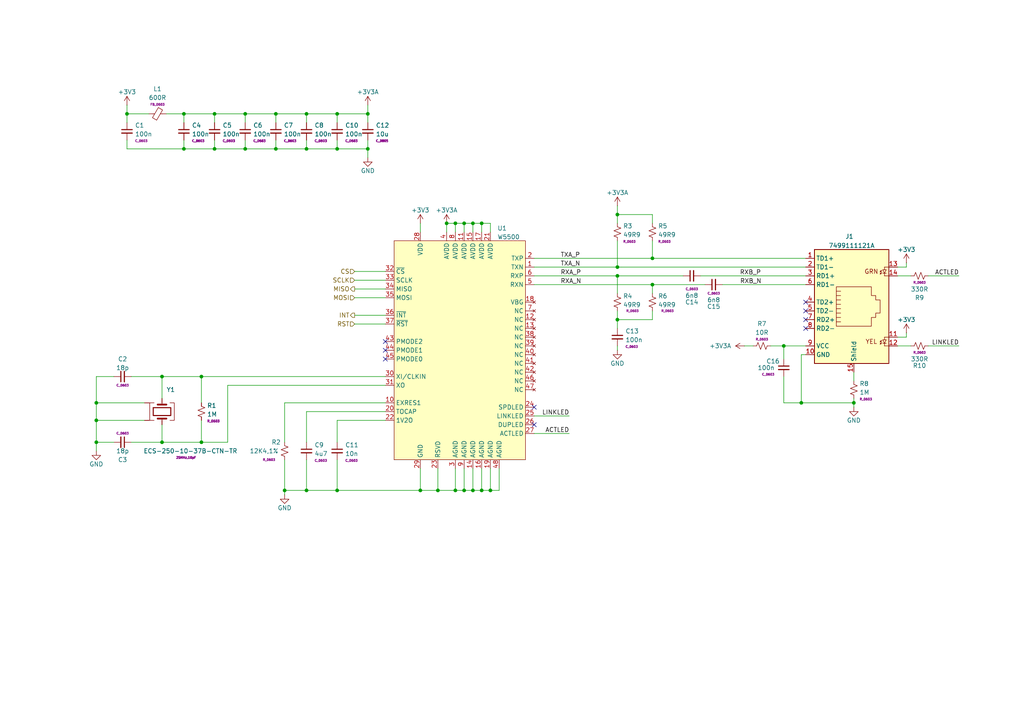
<source format=kicad_sch>
(kicad_sch (version 20250114) (generator "eeschema") (generator_version "9.0")
  (paper "A4")
  (title_block (title "Serial-Ethernet") (date "2025-09-13") (rev "v1.0b") (company "TL Embedded Ltd"))
  (lib_symbols
    (symbol "C_Capacitor:C_0603" (pin_numbers (hide yes)) (pin_names (offset 1.016))
      (property "Reference" "C" (at 3.175 1.905 0))
      (property "Value" "100n" (at 5.08 0 0))
      (property "Size" "C_0603" (at 4.445 -1.905 0))
      (symbol "C_0603_1_1"
        (polyline (pts (xy -1.524 0.508) (xy 1.524 0.508)) (stroke (width 0.3048)))
        (polyline (pts (xy -1.524 -0.508) (xy 1.524 -0.508)) (stroke (width 0.3302)))
        (pin passive line (at 0 2.54 270) (length 2.032) (name "~") (number "1"))
        (pin passive line (at 0 -2.54 90) (length 2.032) (name "~") (number "2"))
      )
    )
    (symbol "C_Capacitor:C_0805" (pin_numbers (hide yes)) (pin_names (offset 1.016))
      (property "Reference" "C" (at 3.175 1.905 0))
      (property "Value" "100n" (at 5.08 0 0))
      (property "Size" "C_0805" (at 4.445 -1.905 0))
      (symbol "C_0805_1_1"
        (polyline (pts (xy -1.524 0.508) (xy 1.524 0.508)) (stroke (width 0.3048)))
        (polyline (pts (xy -1.524 -0.508) (xy 1.524 -0.508)) (stroke (width 0.3302)))
        (pin passive line (at 0 2.54 270) (length 2.032) (name "~") (number "1"))
        (pin passive line (at 0 -2.54 90) (length 2.032) (name "~") (number "2"))
      )
    )
    (symbol "J_Connector:7499111121A"
      (property "Reference" "J" (at 1.27 34.29 0))
      (property "Value" "7499111121A" (at 20.32 -1.27 0))
      (symbol "7499111121A_0_0"
        (text "GRN" (at 16.51 26.67 0) (effects (font (size 1.27 1.27))))
        (text "YEL" (at 16.51 6.35 0) (effects (font (size 1.27 1.27))))
      )
      (symbol "7499111121A_0_1"
        (rectangle (start 0 33.02) (end 21.59 0) (stroke (width 0.254)) (fill (type background)))
        (polyline (pts (xy 6.35 17.145) (xy 7.62 17.145) (xy 7.62 17.145)))
        (polyline (pts (xy 6.35 15.875) (xy 7.62 15.875) (xy 7.62 15.875)))
        (polyline (pts (xy 6.35 14.605) (xy 7.62 14.605) (xy 7.62 14.605)))
        (polyline (pts (xy 6.35 13.335) (xy 7.62 13.335) (xy 7.62 13.335)))
        (polyline (pts (xy 6.35 12.065) (xy 7.62 12.065) (xy 7.62 12.065)))
        (polyline (pts (xy 6.35 10.795) (xy 6.35 22.225) (xy 16.51 22.225) (xy 16.51 19.685) (xy 17.78 19.685) (xy 17.78 18.415) (xy 19.05 18.415) (xy 19.05 14.605) (xy 17.78 14.605) (xy 17.78 13.335) (xy 16.51 13.335) (xy 16.51 10.795) (xy 6.35 10.795) (xy 6.35 10.795)))
        (polyline (pts (xy 7.62 20.955) (xy 6.35 20.955)))
        (polyline (pts (xy 7.62 19.685) (xy 6.35 19.685)))
        (polyline (pts (xy 7.62 18.415) (xy 6.35 18.415) (xy 6.35 18.415)))
        (polyline (pts (xy 19.05 26.543) (xy 19.177 26.924)))
        (polyline (pts (xy 19.05 25.908) (xy 19.177 26.289)))
        (polyline (pts (xy 19.05 6.223) (xy 19.177 6.604)))
        (polyline (pts (xy 19.05 5.588) (xy 19.177 5.969)))
        (polyline (pts (xy 19.558 27.051) (xy 19.05 26.543) (xy 19.431 26.67)))
        (polyline (pts (xy 19.558 26.416) (xy 19.05 25.908) (xy 19.431 26.035)))
        (polyline (pts (xy 19.558 6.731) (xy 19.05 6.223) (xy 19.431 6.35)))
        (polyline (pts (xy 19.558 6.096) (xy 19.05 5.588) (xy 19.431 5.715)))
        (polyline (pts (xy 20.32 27.94) (xy 20.32 27.178)))
        (polyline (pts (xy 20.32 26.162) (xy 20.828 27.178) (xy 19.812 27.178) (xy 20.32 26.162)))
        (polyline (pts (xy 20.32 25.4) (xy 20.32 26.162)))
        (polyline (pts (xy 20.32 7.62) (xy 20.32 6.858)))
        (polyline (pts (xy 20.32 5.842) (xy 20.828 6.858) (xy 19.812 6.858) (xy 20.32 5.842)))
        (polyline (pts (xy 20.32 5.08) (xy 20.32 5.842)))
        (polyline (pts (xy 20.828 26.162) (xy 19.812 26.162)))
        (polyline (pts (xy 20.828 5.842) (xy 19.812 5.842)))
        (polyline (pts (xy 21.59 27.94) (xy 20.32 27.94)))
        (polyline (pts (xy 21.59 25.4) (xy 20.32 25.4)))
        (polyline (pts (xy 21.59 7.62) (xy 20.32 7.62)))
        (polyline (pts (xy 21.59 5.08) (xy 20.32 5.08)))
      )
      (symbol "7499111121A_1_1"
        (pin passive line (at -2.54 30.48 0) (length 2.54) (name "TD1+") (number "1"))
        (pin passive line (at -2.54 27.94 0) (length 2.54) (name "TD1-") (number "2"))
        (pin passive line (at -2.54 25.4 0) (length 2.54) (name "RD1+") (number "3"))
        (pin passive line (at -2.54 22.86 0) (length 2.54) (name "RD1-") (number "6"))
        (pin passive line (at -2.54 17.78 0) (length 2.54) (name "TD2+") (number "4"))
        (pin passive line (at -2.54 15.24 0) (length 2.54) (name "TD2-") (number "5"))
        (pin passive line (at -2.54 12.7 0) (length 2.54) (name "RD2+") (number "7"))
        (pin passive line (at -2.54 10.16 0) (length 2.54) (name "RD2-") (number "8"))
        (pin power_in line (at -2.54 5.08 0) (length 2.54) (name "VCC") (number "9"))
        (pin power_in line (at -2.54 2.54 0) (length 2.54) (name "GND") (number "10"))
        (pin passive line (at 11.43 -2.54 90) (length 2.54) (name "Shield") (number "15"))
        (pin passive line (at 24.13 27.94 180) (length 2.54) (name "~") (number "13"))
        (pin passive line (at 24.13 25.4 180) (length 2.54) (name "~") (number "14"))
        (pin passive line (at 24.13 7.62 180) (length 2.54) (name "~") (number "11"))
        (pin passive line (at 24.13 5.08 180) (length 2.54) (name "~") (number "12"))
      )
    )
    (symbol "L_Inductor:FB_0603" (pin_numbers (hide yes)) (pin_names (offset 1.016) (hide yes))
      (property "Reference" "L" (at 2.54 1.905 0))
      (property "Value" "600R" (at 4.445 0 0))
      (property "Size" "FB_0603" (at 4.445 -1.905 0))
      (symbol "FB_0603_0_1"
        (polyline (pts (xy -1.8288 0.2794) (xy -1.1176 1.4986) (xy 1.8288 -0.2032) (xy 1.1176 -1.4224) (xy -1.8288 0.2794)))
        (polyline (pts (xy 0 0.889) (xy 0 1.2954)))
        (polyline (pts (xy 0 -1.27) (xy 0 -0.7874)))
      )
      (symbol "FB_0603_1_1"
        (pin passive line (at 0 2.54 270) (length 1.27) (name "~") (number "1"))
        (pin passive line (at 0 -2.54 90) (length 1.27) (name "~") (number "2"))
      )
    )
    (symbol "R_Resistor:R_0603" (pin_numbers (hide yes)) (pin_names (offset 1.016))
      (property "Reference" "R" (at 2.54 1.905 0))
      (property "Value" "10K" (at 3.81 0 0))
      (property "Size" "R_0603" (at 3.81 -1.905 0))
      (symbol "R_0603_1_1"
        (polyline (pts (xy 0 1.524) (xy 1.016 1.143) (xy 0 0.762) (xy -1.016 0.381) (xy 0 0)))
        (polyline (pts (xy 0 0) (xy 1.016 -0.381) (xy 0 -0.762) (xy -1.016 -1.143) (xy 0 -1.524)))
        (pin passive line (at 0 2.54 270) (length 1.016) (name "~") (number "1"))
        (pin passive line (at 0 -2.54 90) (length 1.016) (name "~") (number "2"))
      )
    )
    (symbol "U_Transceiver:W5500"
      (property "Reference" "U" (at 1.27 64.77 0))
      (property "Value" "W5500" (at 19.05 33.02 0))
      (symbol "W5500_0_0"
        (text "" (at -1.27 13.97 0) (effects (font (size 1.27 1.27))))
      )
      (symbol "W5500_0_1"
        (rectangle (start 0 63.5) (end 38.1 0) (stroke (width 0.1524)) (fill (type background)))
      )
      (symbol "W5500_1_1"
        (pin input line (at -2.54 54.61 0) (length 2.54) (name "~{CS}") (number "32"))
        (pin input line (at -2.54 52.07 0) (length 2.54) (name "SCLK") (number "33"))
        (pin output line (at -2.54 49.53 0) (length 2.54) (name "MISO") (number "34"))
        (pin input line (at -2.54 46.99 0) (length 2.54) (name "MOSI") (number "35"))
        (pin output line (at -2.54 41.91 0) (length 2.54) (name "~{INT}") (number "36"))
        (pin input line (at -2.54 39.37 0) (length 2.54) (name "~{RST}") (number "37"))
        (pin input line (at -2.54 34.29 0) (length 2.54) (name "PMODE2") (number "43"))
        (pin input line (at -2.54 31.75 0) (length 2.54) (name "PMODE1") (number "44"))
        (pin input line (at -2.54 29.21 0) (length 2.54) (name "PMODE0") (number "45"))
        (pin input line (at -2.54 24.13 0) (length 2.54) (name "XI/CLKIN") (number "30"))
        (pin output line (at -2.54 21.59 0) (length 2.54) (name "XO") (number "31"))
        (pin passive line (at -2.54 16.51 0) (length 2.54) (name "EXRES1") (number "10"))
        (pin passive line (at -2.54 13.97 0) (length 2.54) (name "TOCAP") (number "20"))
        (pin power_out line (at -2.54 11.43 0) (length 2.54) (name "1V2O") (number "22"))
        (pin power_in line (at 7.62 66.04 270) (length 2.54) (name "VDD") (number "28"))
        (pin power_in line (at 7.62 -2.54 90) (length 2.54) (name "GND") (number "29"))
        (pin passive line (at 12.7 -2.54 90) (length 2.54) (name "RSVD") (number "23"))
        (pin power_in line (at 15.24 66.04 270) (length 2.54) (name "AVDD") (number "4"))
        (pin power_in line (at 17.78 66.04 270) (length 2.54) (name "AVDD") (number "8"))
        (pin power_in line (at 17.78 -2.54 90) (length 2.54) (name "AGND") (number "3"))
        (pin power_in line (at 20.32 66.04 270) (length 2.54) (name "AVDD") (number "11"))
        (pin power_in line (at 20.32 -2.54 90) (length 2.54) (name "AGND") (number "9"))
        (pin power_in line (at 22.86 66.04 270) (length 2.54) (name "AVDD") (number "15"))
        (pin power_in line (at 22.86 -2.54 90) (length 2.54) (name "AGND") (number "14"))
        (pin power_in line (at 25.4 66.04 270) (length 2.54) (name "AVDD") (number "17"))
        (pin power_in line (at 25.4 -2.54 90) (length 2.54) (name "AGND") (number "16"))
        (pin power_in line (at 27.94 66.04 270) (length 2.54) (name "AVDD") (number "21"))
        (pin power_in line (at 27.94 -2.54 90) (length 2.54) (name "AGND") (number "19"))
        (pin power_in line (at 30.48 -2.54 90) (length 2.54) (name "AGND") (number "48"))
        (pin bidirectional line (at 40.64 58.42 180) (length 2.54) (name "TXP") (number "2"))
        (pin bidirectional line (at 40.64 55.88 180) (length 2.54) (name "TXN") (number "1"))
        (pin bidirectional line (at 40.64 53.34 180) (length 2.54) (name "RXP") (number "6"))
        (pin bidirectional line (at 40.64 50.8 180) (length 2.54) (name "RXN") (number "5"))
        (pin no_connect line (at 40.64 45.72 180) (length 2.54) (name "VBG") (number "18"))
        (pin no_connect line (at 40.64 43.18 180) (length 2.54) (name "NC") (number "7"))
        (pin no_connect line (at 40.64 40.64 180) (length 2.54) (name "NC") (number "12"))
        (pin no_connect line (at 40.64 38.1 180) (length 2.54) (name "NC") (number "13"))
        (pin no_connect line (at 40.64 35.56 180) (length 2.54) (name "NC") (number "38"))
        (pin no_connect line (at 40.64 33.02 180) (length 2.54) (name "NC") (number "39"))
        (pin no_connect line (at 40.64 30.48 180) (length 2.54) (name "NC") (number "40"))
        (pin no_connect line (at 40.64 27.94 180) (length 2.54) (name "NC") (number "41"))
        (pin no_connect line (at 40.64 25.4 180) (length 2.54) (name "NC") (number "42"))
        (pin no_connect line (at 40.64 22.86 180) (length 2.54) (name "NC") (number "46"))
        (pin no_connect line (at 40.64 20.32 180) (length 2.54) (name "NC") (number "47"))
        (pin output line (at 40.64 15.24 180) (length 2.54) (name "SPDLED") (number "24"))
        (pin output line (at 40.64 12.7 180) (length 2.54) (name "LINKLED") (number "25"))
        (pin output line (at 40.64 10.16 180) (length 2.54) (name "DUPLED") (number "26"))
        (pin output line (at 40.64 7.62 180) (length 2.54) (name "ACTLED") (number "27"))
      )
    )
    (symbol "Y_Oscillator:ECS-250-10-37B-CTN-TR" (pin_numbers (hide yes)) (pin_names (hide yes))
      (property "Reference" "Y" (at -1.778 6.858 0))
      (property "Value" "ECS-250-10-37B-CTN-TR" (at 0.127 4.953 0))
      (property "Params" "25MHz,10pF" (at 6.35 2.54 0))
      (symbol "ECS-250-10-37B-CTN-TR_0_1"
        (polyline (pts (xy -2.54 2.286) (xy -2.54 3.556) (xy 2.54 3.556) (xy 2.54 2.286)))
        (polyline (pts (xy -2.54 0) (xy -2.032 0)))
        (polyline (pts (xy -2.54 -2.286) (xy -2.54 -3.556) (xy 2.54 -3.556) (xy 2.54 -2.286)))
        (polyline (pts (xy -2.54 -3.81) (xy -2.54 -3.556)))
        (polyline (pts (xy -2.032 -1.27) (xy -2.032 1.27)) (stroke (width 0.508)))
        (rectangle (start -1.143 2.54) (end 1.143 -2.54) (stroke (width 0.3048)))
        (polyline (pts (xy 2.032 0) (xy 2.54 0)))
        (polyline (pts (xy 2.032 -1.27) (xy 2.032 1.27)) (stroke (width 0.508)))
        (polyline (pts (xy 2.54 -3.81) (xy 2.54 -3.556)))
      )
      (symbol "ECS-250-10-37B-CTN-TR_1_1"
        (pin passive line (at -3.81 0 0) (length 1.27) (name "1") (number "1"))
        (pin passive line (at -2.54 -5.08 90) (length 1.27) (name "4") (number "4"))
        (pin passive line (at 2.54 -5.08 90) (length 1.27) (name "2") (number "2"))
        (pin passive line (at 3.81 0 180) (length 1.27) (name "3") (number "3"))
      )
    )
    (symbol "power:+3V3" (power) (pin_numbers (hide yes)) (pin_names (offset 0) (hide yes))
      (property "Value" "+3V3" (at 0 3.556 0))
      (symbol "+3V3_0_1"
        (polyline (pts (xy -0.762 1.27) (xy 0 2.54)))
        (polyline (pts (xy 0 2.54) (xy 0.762 1.27)))
        (polyline (pts (xy 0 0) (xy 0 2.54)))
      )
      (symbol "+3V3_1_1"
        (pin power_in line (at 0 0 90) (length 0) (name "~") (number "1"))
      )
    )
    (symbol "power:GND" (power) (pin_numbers (hide yes)) (pin_names (offset 0) (hide yes))
      (property "Value" "GND" (at 0 -3.81 0))
      (symbol "GND_0_1"
        (polyline (pts (xy 0 0) (xy 0 -1.27) (xy 1.27 -1.27) (xy 0 -2.54) (xy -1.27 -1.27) (xy 0 -1.27)))
      )
      (symbol "GND_1_1"
        (pin power_in line (at 0 0 270) (length 0) (name "~") (number "1"))
      )
    )
  )
  (junction (at 80.01 43.18))
  (junction (at 46.99 109.22))
  (junction (at 71.12 33.02))
  (junction (at 134.62 142.24))
  (junction (at 139.7 142.24))
  (junction (at 27.94 121.92))
  (junction (at 179.07 62.23))
  (junction (at 97.79 33.02))
  (junction (at 62.23 43.18))
  (junction (at 132.08 64.77))
  (junction (at 227.33 100.33))
  (junction (at 82.55 142.24))
  (junction (at 106.68 33.02))
  (junction (at 137.16 64.77))
  (junction (at 121.92 142.24))
  (junction (at 58.42 109.22))
  (junction (at 46.99 128.27))
  (junction (at 189.23 74.93))
  (junction (at 27.94 128.27))
  (junction (at 36.83 33.02))
  (junction (at 88.9 142.24))
  (junction (at 88.9 43.18))
  (junction (at 134.62 64.77))
  (junction (at 232.41 116.84))
  (junction (at 139.7 64.77))
  (junction (at 53.34 43.18))
  (junction (at 27.94 116.84))
  (junction (at 53.34 33.02))
  (junction (at 179.07 92.71))
  (junction (at 137.16 142.24))
  (junction (at 97.79 43.18))
  (junction (at 58.42 128.27))
  (junction (at 179.07 77.47))
  (junction (at 127 142.24))
  (junction (at 129.54 64.77))
  (junction (at 189.23 82.55))
  (junction (at 62.23 33.02))
  (junction (at 142.24 142.24))
  (junction (at 132.08 142.24))
  (junction (at 97.79 142.24))
  (junction (at 247.65 116.84))
  (junction (at 106.68 43.18))
  (junction (at 71.12 43.18))
  (junction (at 179.07 80.01))
  (junction (at 88.9 33.02))
  (junction (at 80.01 33.02))
  (no_connect (at 111.76 101.6))
  (no_connect (at 233.68 95.25))
  (no_connect (at 233.68 90.17))
  (no_connect (at 154.94 118.11))
  (no_connect (at 111.76 104.14))
  (no_connect (at 233.68 92.71))
  (no_connect (at 233.68 87.63))
  (no_connect (at 111.76 99.06))
  (no_connect (at 154.94 123.19))
  (wire (pts (xy 189.23 69.85) (xy 189.23 74.93)))
  (wire (pts (xy 82.55 142.24) (xy 88.9 142.24)))
  (wire (pts (xy 53.34 33.02) (xy 53.34 35.56)))
  (wire (pts (xy 80.01 40.64) (xy 80.01 43.18)))
  (wire (pts (xy 232.41 102.87) (xy 232.41 116.84)))
  (wire (pts (xy 139.7 135.89) (xy 139.7 142.24)))
  (wire (pts (xy 97.79 121.92) (xy 111.76 121.92)))
  (wire (pts (xy 71.12 40.64) (xy 71.12 43.18)))
  (wire (pts (xy 27.94 109.22) (xy 27.94 116.84)))
  (wire (pts (xy 142.24 67.31) (xy 142.24 64.77)))
  (wire (pts (xy 154.94 80.01) (xy 179.07 80.01)))
  (wire (pts (xy 97.79 142.24) (xy 121.92 142.24)))
  (wire (pts (xy 88.9 128.27) (xy 88.9 119.38)))
  (wire (pts (xy 58.42 116.84) (xy 58.42 109.22)))
  (wire (pts (xy 223.52 100.33) (xy 227.33 100.33)))
  (wire (pts (xy 27.94 121.92) (xy 27.94 128.27)))
  (wire (pts (xy 62.23 33.02) (xy 71.12 33.02)))
  (wire (pts (xy 139.7 64.77) (xy 139.7 67.31)))
  (wire (pts (xy 97.79 40.64) (xy 97.79 43.18)))
  (wire (pts (xy 58.42 121.92) (xy 58.42 128.27)))
  (wire (pts (xy 80.01 43.18) (xy 88.9 43.18)))
  (wire (pts (xy 97.79 128.27) (xy 97.79 121.92)))
  (wire (pts (xy 262.89 77.47) (xy 262.89 76.2)))
  (wire (pts (xy 102.87 91.44) (xy 111.76 91.44)))
  (wire (pts (xy 189.23 82.55) (xy 189.23 85.09)))
  (wire (pts (xy 36.83 40.64) (xy 36.83 43.18)))
  (wire (pts (xy 227.33 100.33) (xy 227.33 104.14)))
  (wire (pts (xy 144.78 135.89) (xy 144.78 142.24)))
  (wire (pts (xy 247.65 107.95) (xy 247.65 110.49)))
  (wire (pts (xy 179.07 77.47) (xy 233.68 77.47)))
  (wire (pts (xy 139.7 64.77) (xy 142.24 64.77)))
  (wire (pts (xy 111.76 116.84) (xy 82.55 116.84)))
  (wire (pts (xy 260.35 97.79) (xy 262.89 97.79)))
  (wire (pts (xy 71.12 43.18) (xy 80.01 43.18)))
  (wire (pts (xy 134.62 142.24) (xy 132.08 142.24)))
  (wire (pts (xy 142.24 135.89) (xy 142.24 142.24)))
  (wire (pts (xy 154.94 125.73) (xy 165.1 125.73)))
  (wire (pts (xy 260.35 80.01) (xy 264.16 80.01)))
  (wire (pts (xy 48.26 33.02) (xy 53.34 33.02)))
  (wire (pts (xy 189.23 64.77) (xy 189.23 62.23)))
  (wire (pts (xy 82.55 116.84) (xy 82.55 128.27)))
  (wire (pts (xy 233.68 102.87) (xy 232.41 102.87)))
  (wire (pts (xy 232.41 116.84) (xy 247.65 116.84)))
  (wire (pts (xy 121.92 142.24) (xy 121.92 135.89)))
  (wire (pts (xy 137.16 135.89) (xy 137.16 142.24)))
  (wire (pts (xy 97.79 33.02) (xy 106.68 33.02)))
  (wire (pts (xy 33.02 128.27) (xy 27.94 128.27)))
  (wire (pts (xy 58.42 128.27) (xy 46.99 128.27)))
  (wire (pts (xy 80.01 33.02) (xy 88.9 33.02)))
  (wire (pts (xy 27.94 116.84) (xy 27.94 121.92)))
  (wire (pts (xy 154.94 77.47) (xy 179.07 77.47)))
  (wire (pts (xy 269.24 80.01) (xy 278.13 80.01)))
  (wire (pts (xy 36.83 35.56) (xy 36.83 33.02)))
  (wire (pts (xy 71.12 33.02) (xy 80.01 33.02)))
  (wire (pts (xy 260.35 77.47) (xy 262.89 77.47)))
  (wire (pts (xy 215.9 100.33) (xy 218.44 100.33)))
  (wire (pts (xy 179.07 90.17) (xy 179.07 92.71)))
  (wire (pts (xy 88.9 133.35) (xy 88.9 142.24)))
  (wire (pts (xy 179.07 69.85) (xy 179.07 77.47)))
  (wire (pts (xy 88.9 33.02) (xy 88.9 35.56)))
  (wire (pts (xy 260.35 100.33) (xy 264.16 100.33)))
  (wire (pts (xy 127 142.24) (xy 121.92 142.24)))
  (wire (pts (xy 97.79 43.18) (xy 106.68 43.18)))
  (wire (pts (xy 179.07 80.01) (xy 198.12 80.01)))
  (wire (pts (xy 62.23 40.64) (xy 62.23 43.18)))
  (wire (pts (xy 106.68 40.64) (xy 106.68 43.18)))
  (wire (pts (xy 227.33 116.84) (xy 232.41 116.84)))
  (wire (pts (xy 62.23 33.02) (xy 62.23 35.56)))
  (wire (pts (xy 189.23 82.55) (xy 204.47 82.55)))
  (wire (pts (xy 71.12 33.02) (xy 71.12 35.56)))
  (wire (pts (xy 82.55 133.35) (xy 82.55 142.24)))
  (wire (pts (xy 53.34 40.64) (xy 53.34 43.18)))
  (wire (pts (xy 102.87 78.74) (xy 111.76 78.74)))
  (wire (pts (xy 137.16 64.77) (xy 139.7 64.77)))
  (wire (pts (xy 247.65 116.84) (xy 247.65 118.11)))
  (wire (pts (xy 62.23 43.18) (xy 71.12 43.18)))
  (wire (pts (xy 179.07 80.01) (xy 179.07 85.09)))
  (wire (pts (xy 58.42 109.22) (xy 46.99 109.22)))
  (wire (pts (xy 134.62 135.89) (xy 134.62 142.24)))
  (wire (pts (xy 179.07 64.77) (xy 179.07 62.23)))
  (wire (pts (xy 41.91 121.92) (xy 27.94 121.92)))
  (wire (pts (xy 88.9 33.02) (xy 97.79 33.02)))
  (wire (pts (xy 97.79 33.02) (xy 97.79 35.56)))
  (wire (pts (xy 179.07 62.23) (xy 179.07 59.69)))
  (wire (pts (xy 129.54 64.77) (xy 132.08 64.77)))
  (wire (pts (xy 102.87 93.98) (xy 111.76 93.98)))
  (wire (pts (xy 142.24 142.24) (xy 139.7 142.24)))
  (wire (pts (xy 139.7 142.24) (xy 137.16 142.24)))
  (wire (pts (xy 154.94 74.93) (xy 189.23 74.93)))
  (wire (pts (xy 132.08 64.77) (xy 132.08 67.31)))
  (wire (pts (xy 106.68 45.72) (xy 106.68 43.18)))
  (wire (pts (xy 41.91 116.84) (xy 27.94 116.84)))
  (wire (pts (xy 189.23 90.17) (xy 189.23 92.71)))
  (wire (pts (xy 129.54 67.31) (xy 129.54 64.77)))
  (wire (pts (xy 154.94 120.65) (xy 165.1 120.65)))
  (wire (pts (xy 209.55 82.55) (xy 233.68 82.55)))
  (wire (pts (xy 189.23 92.71) (xy 179.07 92.71)))
  (wire (pts (xy 269.24 100.33) (xy 278.13 100.33)))
  (wire (pts (xy 88.9 119.38) (xy 111.76 119.38)))
  (wire (pts (xy 111.76 111.76) (xy 66.04 111.76)))
  (wire (pts (xy 203.2 80.01) (xy 233.68 80.01)))
  (wire (pts (xy 137.16 142.24) (xy 134.62 142.24)))
  (wire (pts (xy 46.99 115.57) (xy 46.99 109.22)))
  (wire (pts (xy 134.62 64.77) (xy 137.16 64.77)))
  (wire (pts (xy 38.1 109.22) (xy 46.99 109.22)))
  (wire (pts (xy 80.01 33.02) (xy 80.01 35.56)))
  (wire (pts (xy 132.08 142.24) (xy 127 142.24)))
  (wire (pts (xy 189.23 62.23) (xy 179.07 62.23)))
  (wire (pts (xy 88.9 43.18) (xy 97.79 43.18)))
  (wire (pts (xy 88.9 142.24) (xy 97.79 142.24)))
  (wire (pts (xy 144.78 142.24) (xy 142.24 142.24)))
  (wire (pts (xy 58.42 109.22) (xy 111.76 109.22)))
  (wire (pts (xy 134.62 64.77) (xy 134.62 67.31)))
  (wire (pts (xy 33.02 109.22) (xy 27.94 109.22)))
  (wire (pts (xy 227.33 100.33) (xy 233.68 100.33)))
  (wire (pts (xy 121.92 64.77) (xy 121.92 67.31)))
  (wire (pts (xy 227.33 109.22) (xy 227.33 116.84)))
  (wire (pts (xy 262.89 97.79) (xy 262.89 96.52)))
  (wire (pts (xy 82.55 142.24) (xy 82.55 143.51)))
  (wire (pts (xy 102.87 81.28) (xy 111.76 81.28)))
  (wire (pts (xy 53.34 33.02) (xy 62.23 33.02)))
  (wire (pts (xy 154.94 82.55) (xy 189.23 82.55)))
  (wire (pts (xy 38.1 128.27) (xy 46.99 128.27)))
  (wire (pts (xy 132.08 135.89) (xy 132.08 142.24)))
  (wire (pts (xy 189.23 74.93) (xy 233.68 74.93)))
  (wire (pts (xy 106.68 33.02) (xy 106.68 35.56)))
  (wire (pts (xy 88.9 40.64) (xy 88.9 43.18)))
  (wire (pts (xy 132.08 64.77) (xy 134.62 64.77)))
  (wire (pts (xy 66.04 128.27) (xy 58.42 128.27)))
  (wire (pts (xy 102.87 83.82) (xy 111.76 83.82)))
  (wire (pts (xy 137.16 64.77) (xy 137.16 67.31)))
  (wire (pts (xy 179.07 100.33) (xy 179.07 101.6)))
  (wire (pts (xy 53.34 43.18) (xy 62.23 43.18)))
  (wire (pts (xy 36.83 30.48) (xy 36.83 33.02)))
  (wire (pts (xy 106.68 30.48) (xy 106.68 33.02)))
  (wire (pts (xy 46.99 128.27) (xy 46.99 123.19)))
  (wire (pts (xy 36.83 33.02) (xy 43.18 33.02)))
  (wire (pts (xy 179.07 92.71) (xy 179.07 95.25)))
  (wire (pts (xy 127 135.89) (xy 127 142.24)))
  (wire (pts (xy 247.65 115.57) (xy 247.65 116.84)))
  (wire (pts (xy 66.04 111.76) (xy 66.04 128.27)))
  (wire (pts (xy 97.79 133.35) (xy 97.79 142.24)))
  (wire (pts (xy 36.83 43.18) (xy 53.34 43.18)))
  (wire (pts (xy 27.94 128.27) (xy 27.94 130.81)))
  (wire (pts (xy 102.87 86.36) (xy 111.76 86.36)))
  (label "RXB_N" (at 214.63 82.55 0))
  (label "RXB_P" (at 214.5589 80.01 0))
  (label "TXA_N" (at 162.56 77.47 0))
  (label "ACTLED" (at 278.13 80.01 180))
  (label "RXA_N" (at 162.56 82.55 0))
  (label "TXA_P" (at 162.56 74.93 0))
  (label "RXA_P" (at 162.56 80.01 0))
  (label "LINKLED" (at 165.1 120.65 180))
  (label "ACTLED" (at 165.1 125.73 180))
  (label "LINKLED" (at 278.13 100.33 180))
  (hierarchical_label "INT" (shape output) (at 102.87 91.44 180))
  (hierarchical_label "MOSI" (shape input) (at 102.87 86.36 180))
  (hierarchical_label "RST" (shape input) (at 102.87 93.98 180))
  (hierarchical_label "MISO" (shape output) (at 102.87 83.82 180))
  (hierarchical_label "CS" (shape input) (at 102.87 78.74 180))
  (hierarchical_label "SCLK" (shape input) (at 102.87 81.28 180))
  (symbol (lib_id "R_Resistor:R_0603") (at 82.55 130.81 0) (unit 1)
    (property "Reference" "R2" (at 78.74 128.27 0) (effects (justify left)))
    (property "Value" "12K4,1%" (at 72.39 130.81 0) (effects (justify left)))
    (property "Footprint" "R_Resistor:R_0603" (effects (hide yes)))
    (property "Size" "R_0603" (at 76.2 133.35 0) (effects (font (size 0.635 0.635)) (justify left)))
  )
  (symbol (lib_id "power:+3V3") (at 129.54 64.77 0) (unit 1)
    (property "Reference" "#PWR05" (effects (hide yes)))
    (property "Value" "+3V3A" (at 129.54 60.96 0))
    (property "Description" "Power symbol creates a global label with name \"+3V3\"" (effects (hide yes)))
  )
  (symbol (lib_id "C_Capacitor:C_0603") (at 35.56 109.22 90) (unit 1)
    (property "Reference" "C2" (at 35.56 104.14 90))
    (property "Value" "18p" (at 35.56 106.68 90))
    (property "Footprint" "C_Capacitor:C_0603" (effects (hide yes)))
    (property "Size" "C_0603" (at 35.56 111.76 90) (effects (font (size 0.635 0.635))))
  )
  (symbol (lib_id "R_Resistor:R_0603") (at 179.07 67.31 0) (unit 1)
    (property "Reference" "R3" (at 180.721 65.5607 0) (effects (justify left)))
    (property "Value" "49R9" (at 180.721 68.0976 0) (effects (justify left)))
    (property "Footprint" "R_Resistor:R_0603" (effects (hide yes)))
    (property "Size" "R_0603" (at 180.721 70.0639 0) (effects (font (size 0.635 0.635)) (justify left)))
  )
  (symbol (lib_id "C_Capacitor:C_0603") (at 88.9 130.81 0) (unit 1)
    (property "Reference" "C9" (at 91.2241 129.067 0) (effects (justify left)))
    (property "Value" "4u7" (at 91.2241 131.6039 0) (effects (justify left)))
    (property "Footprint" "C_Capacitor:C_0603" (effects (hide yes)))
    (property "Size" "C_0603" (at 91.2241 133.5702 0) (effects (font (size 0.635 0.635)) (justify left)))
  )
  (symbol (lib_id "power:GND") (at 179.07 101.6 0) (unit 1)
    (property "Reference" "#PWR07" (effects (hide yes)))
    (property "Value" "GND" (at 179.07 105.41 0))
    (property "Description" "Power symbol creates a global label with name \"GND\" , ground" (effects (hide yes)))
  )
  (symbol (lib_id "power:+3V3") (at 215.9 100.33 90) (unit 1)
    (property "Reference" "#PWR029" (effects (hide yes)))
    (property "Value" "+3V3A" (at 208.915 100.33 90))
    (property "Description" "Power symbol creates a global label with name \"+3V3\"" (effects (hide yes)))
  )
  (symbol (lib_id "C_Capacitor:C_0603") (at 207.01 82.55 90) (unit 1)
    (property "Reference" "C15" (at 207.01 88.9 90))
    (property "Value" "6n8" (at 207.01 86.995 90))
    (property "Footprint" "C_Capacitor:C_0603" (effects (hide yes)))
    (property "Size" "C_0603" (at 207.01 85.09 90) (effects (font (size 0.635 0.635))))
  )
  (symbol (lib_id "power:GND") (at 247.65 118.11 0) (unit 1)
    (property "Reference" "#PWR08" (effects (hide yes)))
    (property "Value" "GND" (at 247.65 121.92 0))
    (property "Description" "Power symbol creates a global label with name \"GND\" , ground" (effects (hide yes)))
  )
  (symbol (lib_id "C_Capacitor:C_0805") (at 106.68 38.1 0) (unit 1)
    (property "Reference" "C12" (at 109.0041 36.357 0) (effects (justify left)))
    (property "Value" "10u" (at 109.0041 38.8939 0) (effects (justify left)))
    (property "Footprint" "C_Capacitor:C_0805" (effects (hide yes)))
    (property "Size" "C_0805" (at 109.0041 40.8602 0) (effects (font (size 0.635 0.635)) (justify left)))
  )
  (symbol (lib_id "C_Capacitor:C_0603") (at 227.33 106.68 0) (unit 1)
    (property "Reference" "C16" (at 222.25 104.775 0) (effects (justify left)))
    (property "Value" "100n" (at 219.71 106.68 0) (effects (justify left)))
    (property "Footprint" "C_Capacitor:C_0603" (effects (hide yes)))
    (property "Size" "C_0603" (at 220.98 108.585 0) (effects (font (size 0.635 0.635)) (justify left)))
  )
  (symbol (lib_id "R_Resistor:R_0603") (at 220.98 100.33 90) (unit 1)
    (property "Reference" "R7" (at 220.98 93.912 90))
    (property "Value" "10R" (at 220.98 96.4489 90))
    (property "Footprint" "R_Resistor:R_0603" (effects (hide yes)))
    (property "Size" "R_0603" (at 220.98 98.4152 90) (effects (font (size 0.635 0.635))))
  )
  (symbol (lib_id "J_Connector:7499111121A") (at 236.22 105.41 0) (unit 1)
    (property "Reference" "J1" (at 246.38 68.58 0))
    (property "Value" "7499111121A" (at 247.015 71.2271 0))
    (property "Footprint" "J_Connector:7499210121A" (effects (hide yes)))
    (property "Datasheet" "https://www.we-online.com/katalog/datasheet/7499111121A.pdf" (effects (hide yes)))
    (property "Description" "CONN JACK 1PORT 1000 BASE-T PCB" (effects (hide yes)))
  )
  (symbol (lib_id "power:+3V3") (at 179.07 59.69 0) (unit 1)
    (property "Reference" "#PWR028" (effects (hide yes)))
    (property "Value" "+3V3A" (at 179.07 55.88 0))
    (property "Description" "Power symbol creates a global label with name \"+3V3\"" (effects (hide yes)))
  )
  (symbol (lib_id "R_Resistor:R_0603") (at 58.42 119.38 0) (unit 1)
    (property "Reference" "R1" (at 60.071 117.6307 0) (effects (justify left)))
    (property "Value" "1M" (at 60.071 120.1676 0) (effects (justify left)))
    (property "Footprint" "R_Resistor:R_0603" (effects (hide yes)))
    (property "Size" "R_0603" (at 60.071 122.1339 0) (effects (font (size 0.635 0.635)) (justify left)))
  )
  (symbol (lib_id "power:GND") (at 106.68 45.72 0) (unit 1)
    (property "Reference" "#PWR04" (effects (hide yes)))
    (property "Value" "GND" (at 106.68 49.53 0))
    (property "Description" "Power symbol creates a global label with name \"GND\" , ground" (effects (hide yes)))
  )
  (symbol (lib_id "Y_Oscillator:ECS-250-10-37B-CTN-TR") (at 46.99 119.38 270) (unit 1)
    (property "Reference" "Y1" (at 49.53 113.03 90))
    (property "Value" "ECS-250-10-37B-CTN-TR" (at 55.245 130.81 90))
    (property "Footprint" "Y_Oscillator:Crystal_SMD4_2.0x1.6" (effects (hide yes)))
    (property "Datasheet" "https://ecsxtal.com/store/pdf/ECX-1637B.pdf" (effects (hide yes)))
    (property "Description" "CRYSTAL 25.0000MHZ 10PF SMD" (effects (hide yes)))
    (property "Params" "25MHz,10pF" (at 53.975 132.715 90) (effects (font (size 0.63 0.63))))
  )
  (symbol (lib_id "C_Capacitor:C_0603") (at 53.34 38.1 0) (unit 1)
    (property "Reference" "C4" (at 55.6641 36.357 0) (effects (justify left)))
    (property "Value" "100n" (at 55.6641 38.8939 0) (effects (justify left)))
    (property "Footprint" "C_Capacitor:C_0603" (effects (hide yes)))
    (property "Size" "C_0603" (at 55.6641 40.8602 0) (effects (font (size 0.635 0.635)) (justify left)))
  )
  (symbol (lib_id "C_Capacitor:C_0603") (at 200.66 80.01 90) (unit 1)
    (property "Reference" "C14" (at 200.66 87.63 90))
    (property "Value" "6n8" (at 200.66 85.725 90))
    (property "Footprint" "C_Capacitor:C_0603" (effects (hide yes)))
    (property "Size" "C_0603" (at 200.66 83.82 90) (effects (font (size 0.635 0.635))))
  )
  (symbol (lib_id "power:GND") (at 82.55 143.51 0) (unit 1)
    (property "Reference" "#PWR03" (effects (hide yes)))
    (property "Value" "GND" (at 82.55 147.32 0))
    (property "Description" "Power symbol creates a global label with name \"GND\" , ground" (effects (hide yes)))
  )
  (symbol (lib_id "C_Capacitor:C_0603") (at 97.79 130.81 0) (unit 1)
    (property "Reference" "C11" (at 100.1141 129.067 0) (effects (justify left)))
    (property "Value" "10n" (at 100.1141 131.6039 0) (effects (justify left)))
    (property "Footprint" "C_Capacitor:C_0603" (effects (hide yes)))
    (property "Size" "C_0603" (at 100.1141 133.5702 0) (effects (font (size 0.635 0.635)) (justify left)))
  )
  (symbol (lib_id "power:+3V3") (at 262.89 96.52 0) (unit 1)
    (property "Reference" "#PWR010" (effects (hide yes)))
    (property "Value" "+3V3" (at 262.89 92.71 0))
    (property "Description" "Power symbol creates a global label with name \"+3V3\"" (effects (hide yes)))
  )
  (symbol (lib_id "C_Capacitor:C_0603") (at 80.01 38.1 0) (unit 1)
    (property "Reference" "C7" (at 82.3341 36.357 0) (effects (justify left)))
    (property "Value" "100n" (at 82.3341 38.8939 0) (effects (justify left)))
    (property "Footprint" "C_Capacitor:C_0603" (effects (hide yes)))
    (property "Size" "C_0603" (at 82.3341 40.8602 0) (effects (font (size 0.635 0.635)) (justify left)))
  )
  (symbol (lib_id "power:+3V3") (at 106.68 30.48 0) (unit 1)
    (property "Reference" "#PWR09" (effects (hide yes)))
    (property "Value" "+3V3A" (at 106.68 26.67 0))
    (property "Description" "Power symbol creates a global label with name \"+3V3\"" (effects (hide yes)))
  )
  (symbol (lib_id "power:+3V3") (at 262.89 76.2 0) (unit 1)
    (property "Reference" "#PWR011" (effects (hide yes)))
    (property "Value" "+3V3" (at 262.89 72.39 0))
    (property "Description" "Power symbol creates a global label with name \"+3V3\"" (effects (hide yes)))
  )
  (symbol (lib_id "C_Capacitor:C_0603") (at 88.9 38.1 0) (unit 1)
    (property "Reference" "C8" (at 91.2241 36.357 0) (effects (justify left)))
    (property "Value" "100n" (at 91.2241 38.8939 0) (effects (justify left)))
    (property "Footprint" "C_Capacitor:C_0603" (effects (hide yes)))
    (property "Size" "C_0603" (at 91.2241 40.8602 0) (effects (font (size 0.635 0.635)) (justify left)))
  )
  (symbol (lib_id "R_Resistor:R_0603") (at 247.65 113.03 0) (unit 1)
    (property "Reference" "R8" (at 249.301 111.2807 0) (effects (justify left)))
    (property "Value" "1M" (at 249.301 113.8176 0) (effects (justify left)))
    (property "Footprint" "R_Resistor:R_0603" (effects (hide yes)))
    (property "Size" "R_0603" (at 249.301 115.7839 0) (effects (font (size 0.635 0.635)) (justify left)))
  )
  (symbol (lib_id "power:+3V3") (at 121.92 64.77 0) (unit 1)
    (property "Reference" "#PWR02" (effects (hide yes)))
    (property "Value" "+3V3" (at 121.92 60.96 0))
    (property "Description" "Power symbol creates a global label with name \"+3V3\"" (effects (hide yes)))
  )
  (symbol (lib_id "C_Capacitor:C_0603") (at 179.07 97.79 0) (unit 1)
    (property "Reference" "C13" (at 181.3941 96.047 0) (effects (justify left)))
    (property "Value" "100n" (at 181.3941 98.5839 0) (effects (justify left)))
    (property "Footprint" "C_Capacitor:C_0603" (effects (hide yes)))
    (property "Size" "C_0603" (at 181.3941 100.5502 0) (effects (font (size 0.635 0.635)) (justify left)))
  )
  (symbol (lib_id "C_Capacitor:C_0603") (at 71.12 38.1 0) (unit 1)
    (property "Reference" "C6" (at 73.4441 36.357 0) (effects (justify left)))
    (property "Value" "100n" (at 73.4441 38.8939 0) (effects (justify left)))
    (property "Footprint" "C_Capacitor:C_0603" (effects (hide yes)))
    (property "Size" "C_0603" (at 73.4441 40.8602 0) (effects (font (size 0.635 0.635)) (justify left)))
  )
  (symbol (lib_id "L_Inductor:FB_0603") (at 45.72 33.02 90) (unit 1)
    (property "Reference" "L1" (at 45.6819 25.7892 90))
    (property "Value" "600R" (at 45.6819 28.3261 90))
    (property "Footprint" "L_Inductor:FB_0603" (effects (hide yes)))
    (property "Size" "FB_0603" (at 45.6819 30.2924 90) (effects (font (size 0.635 0.635))))
  )
  (symbol (lib_id "power:GND") (at 27.94 130.81 0) (unit 1)
    (property "Reference" "#PWR01" (effects (hide yes)))
    (property "Value" "GND" (at 27.94 134.62 0))
    (property "Description" "Power symbol creates a global label with name \"GND\" , ground" (effects (hide yes)))
  )
  (symbol (lib_id "U_Transceiver:W5500") (at 114.3 133.35 0) (unit 1)
    (property "Reference" "U1" (at 144.2594 66.201 0) (effects (justify left)))
    (property "Value" "W5500" (at 144.2594 68.7379 0) (effects (justify left)))
    (property "Footprint" "U_IC:LQFP48_05_7x7" (effects (hide yes)))
    (property "Datasheet" "https://docs.wiznet.io/img/products/w5500/w5500_ds_v109e.pdf" (effects (hide yes)))
    (property "Description" "IC CTLR 3-1 ETH TCP/IP 48LQFP" (effects (hide yes)))
  )
  (symbol (lib_id "R_Resistor:R_0603") (at 189.23 87.63 0) (unit 1)
    (property "Reference" "R6" (at 190.881 85.8807 0) (effects (justify left)))
    (property "Value" "49R9" (at 190.881 88.4176 0) (effects (justify left)))
    (property "Footprint" "R_Resistor:R_0603" (effects (hide yes)))
    (property "Size" "R_0603" (at 191.77 90.17 0) (effects (font (size 0.635 0.635)) (justify left)))
  )
  (symbol (lib_id "R_Resistor:R_0603") (at 189.23 67.31 0) (unit 1)
    (property "Reference" "R5" (at 190.881 65.5607 0) (effects (justify left)))
    (property "Value" "49R9" (at 190.881 68.0976 0) (effects (justify left)))
    (property "Footprint" "R_Resistor:R_0603" (effects (hide yes)))
    (property "Size" "R_0603" (at 190.881 70.0639 0) (effects (font (size 0.635 0.635)) (justify left)))
  )
  (symbol (lib_id "power:+3V3") (at 36.83 30.48 0) (unit 1)
    (property "Reference" "#PWR06" (effects (hide yes)))
    (property "Value" "+3V3" (at 36.83 26.67 0))
    (property "Description" "Power symbol creates a global label with name \"+3V3\"" (effects (hide yes)))
  )
  (symbol (lib_id "C_Capacitor:C_0603") (at 97.79 38.1 0) (unit 1)
    (property "Reference" "C10" (at 100.1141 36.357 0) (effects (justify left)))
    (property "Value" "100n" (at 100.1141 38.8939 0) (effects (justify left)))
    (property "Footprint" "C_Capacitor:C_0603" (effects (hide yes)))
    (property "Size" "C_0603" (at 100.1141 40.8602 0) (effects (font (size 0.635 0.635)) (justify left)))
  )
  (symbol (lib_id "C_Capacitor:C_0603") (at 35.56 128.27 270) (unit 1)
    (property "Reference" "C3" (at 35.56 133.35 90))
    (property "Value" "18p" (at 35.56 130.81 90))
    (property "Footprint" "C_Capacitor:C_0603" (effects (hide yes)))
    (property "Size" "C_0603" (at 35.5536 125.6821 90) (effects (font (size 0.635 0.635))))
  )
  (symbol (lib_id "C_Capacitor:C_0603") (at 36.83 38.1 0) (unit 1)
    (property "Reference" "C1" (at 39.1541 36.357 0) (effects (justify left)))
    (property "Value" "100n" (at 39.1541 38.8939 0) (effects (justify left)))
    (property "Footprint" "C_Capacitor:C_0603" (effects (hide yes)))
    (property "Size" "C_0603" (at 39.1541 40.8602 0) (effects (font (size 0.635 0.635)) (justify left)))
  )
  (symbol (lib_id "R_Resistor:R_0603") (at 266.7 80.01 270) (unit 1)
    (property "Reference" "R9" (at 266.7 86.36 90))
    (property "Value" "330R" (at 266.7 83.8911 90))
    (property "Footprint" "R_Resistor:R_0603" (effects (hide yes)))
    (property "Size" "R_0603" (at 266.7 81.9248 90) (effects (font (size 0.635 0.635))))
  )
  (symbol (lib_id "R_Resistor:R_0603") (at 266.7 100.33 90) (unit 1)
    (property "Reference" "R10" (at 266.7 106.045 90))
    (property "Value" "330R" (at 266.7 104.14 90))
    (property "Footprint" "R_Resistor:R_0603" (effects (hide yes)))
    (property "Size" "R_0603" (at 266.7 102.235 90) (effects (font (size 0.635 0.635))))
  )
  (symbol (lib_id "R_Resistor:R_0603") (at 179.07 87.63 0) (unit 1)
    (property "Reference" "R4" (at 180.721 85.8807 0) (effects (justify left)))
    (property "Value" "49R9" (at 180.721 88.4176 0) (effects (justify left)))
    (property "Footprint" "R_Resistor:R_0603" (effects (hide yes)))
    (property "Size" "R_0603" (at 181.61 90.17 0) (effects (font (size 0.635 0.635)) (justify left)))
  )
  (symbol (lib_id "C_Capacitor:C_0603") (at 62.23 38.1 0) (unit 1)
    (property "Reference" "C5" (at 64.5541 36.357 0) (effects (justify left)))
    (property "Value" "100n" (at 64.5541 38.8939 0) (effects (justify left)))
    (property "Footprint" "C_Capacitor:C_0603" (effects (hide yes)))
    (property "Size" "C_0603" (at 64.5541 40.8602 0) (effects (font (size 0.635 0.635)) (justify left)))
  )
)
</source>
